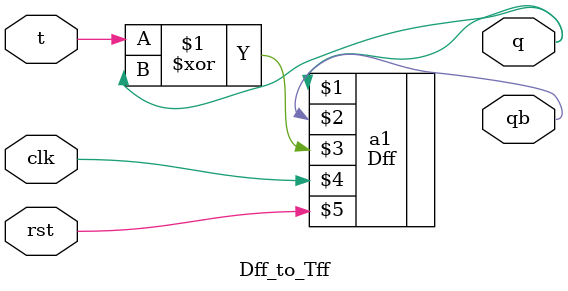
<source format=v>
`timescale 1ns / 1ps
module Dff_to_Tff(q,qb,t,clk,rst);
input t;
input clk,rst;
output wire q,qb;
Dff a1(q,qb,t^q,clk,rst);
endmodule
</source>
